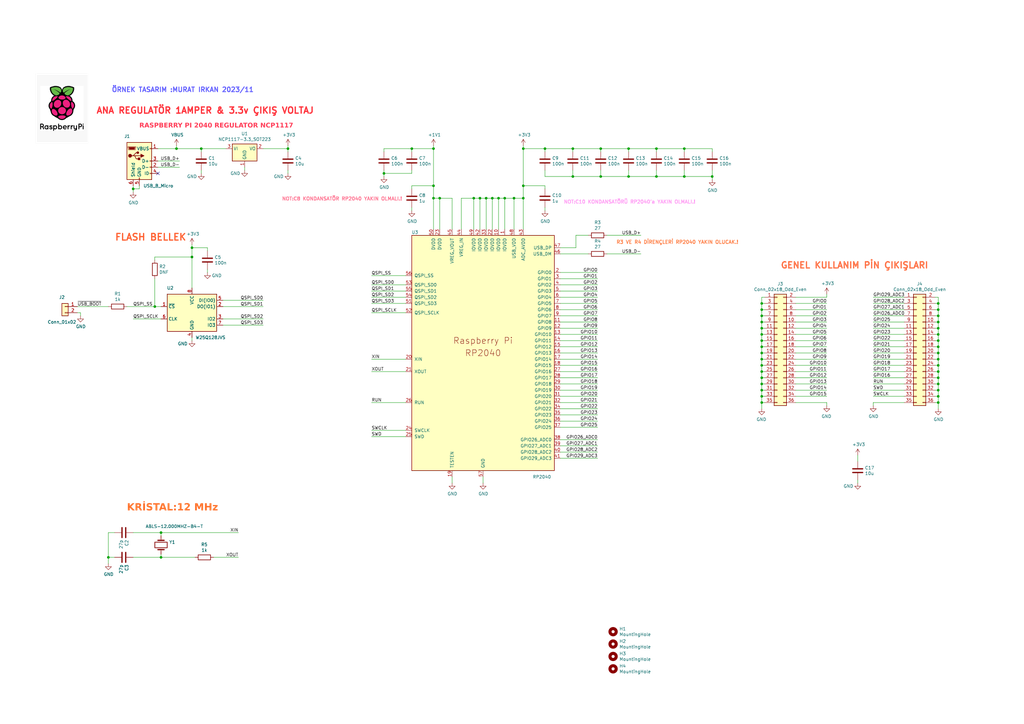
<source format=kicad_sch>
(kicad_sch (version 20230121) (generator eeschema)
  (paper "A3")
  (title_block (title "RP2040 ÖRNEK DİZAYN") (date "2020-12-18") (rev "REV1.01") (company "Raspberry Pi (Trading) Ltd"))
  (lib_symbols
    (symbol "Connector_Generic:Conn_01x02" (pin_names (offset 1.016) hide)
      (property "Reference" "J" (at 0 2.54 0))
      (property "Value" "Conn_01x02" (at 0 -5.08 0))
      (symbol "Conn_01x02_1_1"
        (rectangle (start -1.27 -2.413) (end 0 -2.667) (stroke (width 0.1524)))
        (rectangle (start -1.27 0.127) (end 0 -0.127) (stroke (width 0.1524)))
        (rectangle (start -1.27 1.27) (end 1.27 -3.81) (stroke (width 0.254)) (fill (type background)))
        (pin passive line (at -5.08 0 0) (length 3.81) (name "Pin_1") (number "1"))
        (pin passive line (at -5.08 -2.54 0) (length 3.81) (name "Pin_2") (number "2"))
      )
    )
    (symbol "Connector_Generic:Conn_02x18_Odd_Even" (pin_names (offset 1.016) hide)
      (property "Reference" "J" (at 1.27 22.86 0))
      (property "Value" "Conn_02x18_Odd_Even" (at 1.27 -25.4 0))
      (symbol "Conn_02x18_Odd_Even_1_1"
        (rectangle (start -1.27 -22.733) (end 0 -22.987) (stroke (width 0.1524)))
        (rectangle (start -1.27 -20.193) (end 0 -20.447) (stroke (width 0.1524)))
        (rectangle (start -1.27 -17.653) (end 0 -17.907) (stroke (width 0.1524)))
        (rectangle (start -1.27 -15.113) (end 0 -15.367) (stroke (width 0.1524)))
        (rectangle (start -1.27 -12.573) (end 0 -12.827) (stroke (width 0.1524)))
        (rectangle (start -1.27 -10.033) (end 0 -10.287) (stroke (width 0.1524)))
        (rectangle (start -1.27 -7.493) (end 0 -7.747) (stroke (width 0.1524)))
        (rectangle (start -1.27 -4.953) (end 0 -5.207) (stroke (width 0.1524)))
        (rectangle (start -1.27 -2.413) (end 0 -2.667) (stroke (width 0.1524)))
        (rectangle (start -1.27 0.127) (end 0 -0.127) (stroke (width 0.1524)))
        (rectangle (start -1.27 2.667) (end 0 2.413) (stroke (width 0.1524)))
        (rectangle (start -1.27 5.207) (end 0 4.953) (stroke (width 0.1524)))
        (rectangle (start -1.27 7.747) (end 0 7.493) (stroke (width 0.1524)))
        (rectangle (start -1.27 10.287) (end 0 10.033) (stroke (width 0.1524)))
        (rectangle (start -1.27 12.827) (end 0 12.573) (stroke (width 0.1524)))
        (rectangle (start -1.27 15.367) (end 0 15.113) (stroke (width 0.1524)))
        (rectangle (start -1.27 17.907) (end 0 17.653) (stroke (width 0.1524)))
        (rectangle (start -1.27 20.447) (end 0 20.193) (stroke (width 0.1524)))
        (rectangle (start -1.27 21.59) (end 3.81 -24.13) (stroke (width 0.254)) (fill (type background)))
        (rectangle (start 3.81 -22.733) (end 2.54 -22.987) (stroke (width 0.1524)))
        (rectangle (start 3.81 -20.193) (end 2.54 -20.447) (stroke (width 0.1524)))
        (rectangle (start 3.81 -17.653) (end 2.54 -17.907) (stroke (width 0.1524)))
        (rectangle (start 3.81 -15.113) (end 2.54 -15.367) (stroke (width 0.1524)))
        (rectangle (start 3.81 -12.573) (end 2.54 -12.827) (stroke (width 0.1524)))
        (rectangle (start 3.81 -10.033) (end 2.54 -10.287) (stroke (width 0.1524)))
        (rectangle (start 3.81 -7.493) (end 2.54 -7.747) (stroke (width 0.1524)))
        (rectangle (start 3.81 -4.953) (end 2.54 -5.207) (stroke (width 0.1524)))
        (rectangle (start 3.81 -2.413) (end 2.54 -2.667) (stroke (width 0.1524)))
        (rectangle (start 3.81 0.127) (end 2.54 -0.127) (stroke (width 0.1524)))
        (rectangle (start 3.81 2.667) (end 2.54 2.413) (stroke (width 0.1524)))
        (rectangle (start 3.81 5.207) (end 2.54 4.953) (stroke (width 0.1524)))
        (rectangle (start 3.81 7.747) (end 2.54 7.493) (stroke (width 0.1524)))
        (rectangle (start 3.81 10.287) (end 2.54 10.033) (stroke (width 0.1524)))
        (rectangle (start 3.81 12.827) (end 2.54 12.573) (stroke (width 0.1524)))
        (rectangle (start 3.81 15.367) (end 2.54 15.113) (stroke (width 0.1524)))
        (rectangle (start 3.81 17.907) (end 2.54 17.653) (stroke (width 0.1524)))
        (rectangle (start 3.81 20.447) (end 2.54 20.193) (stroke (width 0.1524)))
        (pin passive line (at -5.08 20.32 0) (length 3.81) (name "Pin_1") (number "1"))
        (pin passive line (at 7.62 10.16 180) (length 3.81) (name "Pin_10") (number "10"))
        (pin passive line (at -5.08 7.62 0) (length 3.81) (name "Pin_11") (number "11"))
        (pin passive line (at 7.62 7.62 180) (length 3.81) (name "Pin_12") (number "12"))
        (pin passive line (at -5.08 5.08 0) (length 3.81) (name "Pin_13") (number "13"))
        (pin passive line (at 7.62 5.08 180) (length 3.81) (name "Pin_14") (number "14"))
        (pin passive line (at -5.08 2.54 0) (length 3.81) (name "Pin_15") (number "15"))
        (pin passive line (at 7.62 2.54 180) (length 3.81) (name "Pin_16") (number "16"))
        (pin passive line (at -5.08 0 0) (length 3.81) (name "Pin_17") (number "17"))
        (pin passive line (at 7.62 0 180) (length 3.81) (name "Pin_18") (number "18"))
        (pin passive line (at -5.08 -2.54 0) (length 3.81) (name "Pin_19") (number "19"))
        (pin passive line (at 7.62 20.32 180) (length 3.81) (name "Pin_2") (number "2"))
        (pin passive line (at 7.62 -2.54 180) (length 3.81) (name "Pin_20") (number "20"))
        (pin passive line (at -5.08 -5.08 0) (length 3.81) (name "Pin_21") (number "21"))
        (pin passive line (at 7.62 -5.08 180) (length 3.81) (name "Pin_22") (number "22"))
        (pin passive line (at -5.08 -7.62 0) (length 3.81) (name "Pin_23") (number "23"))
        (pin passive line (at 7.62 -7.62 180) (length 3.81) (name "Pin_24") (number "24"))
        (pin passive line (at -5.08 -10.16 0) (length 3.81) (name "Pin_25") (number "25"))
        (pin passive line (at 7.62 -10.16 180) (length 3.81) (name "Pin_26") (number "26"))
        (pin passive line (at -5.08 -12.7 0) (length 3.81) (name "Pin_27") (number "27"))
        (pin passive line (at 7.62 -12.7 180) (length 3.81) (name "Pin_28") (number "28"))
        (pin passive line (at -5.08 -15.24 0) (length 3.81) (name "Pin_29") (number "29"))
        (pin passive line (at -5.08 17.78 0) (length 3.81) (name "Pin_3") (number "3"))
        (pin passive line (at 7.62 -15.24 180) (length 3.81) (name "Pin_30") (number "30"))
        (pin passive line (at -5.08 -17.78 0) (length 3.81) (name "Pin_31") (number "31"))
        (pin passive line (at 7.62 -17.78 180) (length 3.81) (name "Pin_32") (number "32"))
        (pin passive line (at -5.08 -20.32 0) (length 3.81) (name "Pin_33") (number "33"))
        (pin passive line (at 7.62 -20.32 180) (length 3.81) (name "Pin_34") (number "34"))
        (pin passive line (at -5.08 -22.86 0) (length 3.81) (name "Pin_35") (number "35"))
        (pin passive line (at 7.62 -22.86 180) (length 3.81) (name "Pin_36") (number "36"))
        (pin passive line (at 7.62 17.78 180) (length 3.81) (name "Pin_4") (number "4"))
        (pin passive line (at -5.08 15.24 0) (length 3.81) (name "Pin_5") (number "5"))
        (pin passive line (at 7.62 15.24 180) (length 3.81) (name "Pin_6") (number "6"))
        (pin passive line (at -5.08 12.7 0) (length 3.81) (name "Pin_7") (number "7"))
        (pin passive line (at 7.62 12.7 180) (length 3.81) (name "Pin_8") (number "8"))
        (pin passive line (at -5.08 10.16 0) (length 3.81) (name "Pin_9") (number "9"))
      )
    )
    (symbol "Device:C" (pin_numbers hide) (pin_names (offset 0.254))
      (property "Reference" "C" (at 0.635 2.54 0))
      (property "Value" "C" (at 0.635 -2.54 0))
      (symbol "C_0_1"
        (polyline (pts (xy -2.032 -0.762) (xy 2.032 -0.762)) (stroke (width 0.508)))
        (polyline (pts (xy -2.032 0.762) (xy 2.032 0.762)) (stroke (width 0.508)))
      )
      (symbol "C_1_1"
        (pin passive line (at 0 3.81 270) (length 2.794) (name "~") (number "1"))
        (pin passive line (at 0 -3.81 90) (length 2.794) (name "~") (number "2"))
      )
    )
    (symbol "Device:Crystal" (pin_numbers hide) (pin_names (offset 1.016) hide)
      (property "Reference" "Y" (at 0 3.81 0))
      (property "Value" "Crystal" (at 0 -3.81 0))
      (symbol "Crystal_0_1"
        (rectangle (start -1.143 2.54) (end 1.143 -2.54) (stroke (width 0.3048)))
        (polyline (pts (xy -2.54 0) (xy -1.905 0)))
        (polyline (pts (xy -1.905 -1.27) (xy -1.905 1.27)) (stroke (width 0.508)))
        (polyline (pts (xy 1.905 -1.27) (xy 1.905 1.27)) (stroke (width 0.508)))
        (polyline (pts (xy 2.54 0) (xy 1.905 0)))
      )
      (symbol "Crystal_1_1"
        (pin passive line (at -3.81 0 0) (length 1.27) (name "1") (number "1"))
        (pin passive line (at 3.81 0 180) (length 1.27) (name "2") (number "2"))
      )
    )
    (symbol "Device:R" (pin_numbers hide) (pin_names (offset 0))
      (property "Reference" "R" (at 2.032 0 90))
      (property "Value" "R" (at 0 0 90))
      (symbol "R_0_1"
        (rectangle (start -1.016 -2.54) (end 1.016 2.54) (stroke (width 0.254)))
      )
      (symbol "R_1_1"
        (pin passive line (at 0 3.81 270) (length 1.27) (name "~") (number "1"))
        (pin passive line (at 0 -3.81 90) (length 1.27) (name "~") (number "2"))
      )
    )
    (symbol "MCU_RaspberryPi_RP2040:RP2040" (pin_names (offset 1.016))
      (property "Reference" "U" (at -29.21 49.53 0))
      (property "Value" "RP2040" (at 24.13 -49.53 0))
      (symbol "RP2040_0_0"
        (text "Raspberry Pi" (at 0 5.08 0) (effects (font (size 2.54 2.54))))
        (text "RP2040" (at 0 0 0) (effects (font (size 2.54 2.54))))
      )
      (symbol "RP2040_0_1"
        (rectangle (start 29.21 48.26) (end -29.21 -48.26) (stroke (width 0.254)) (fill (type background)))
      )
      (symbol "RP2040_1_1"
        (pin power_in line (at 8.89 50.8 270) (length 2.54) (name "IOVDD") (number "1"))
        (pin power_in line (at 6.35 50.8 270) (length 2.54) (name "IOVDD") (number "10"))
        (pin bidirectional line (at 31.75 12.7 180) (length 2.54) (name "GPIO8") (number "11"))
        (pin bidirectional line (at 31.75 10.16 180) (length 2.54) (name "GPIO9") (number "12"))
        (pin bidirectional line (at 31.75 7.62 180) (length 2.54) (name "GPIO10") (number "13"))
        (pin bidirectional line (at 31.75 5.08 180) (length 2.54) (name "GPIO11") (number "14"))
        (pin bidirectional line (at 31.75 2.54 180) (length 2.54) (name "GPIO12") (number "15"))
        (pin bidirectional line (at 31.75 0 180) (length 2.54) (name "GPIO13") (number "16"))
        (pin bidirectional line (at 31.75 -2.54 180) (length 2.54) (name "GPIO14") (number "17"))
        (pin bidirectional line (at 31.75 -5.08 180) (length 2.54) (name "GPIO15") (number "18"))
        (pin passive line (at -12.7 -50.8 90) (length 2.54) (name "TESTEN") (number "19"))
        (pin bidirectional line (at 31.75 33.02 180) (length 2.54) (name "GPIO0") (number "2"))
        (pin input line (at -31.75 -2.54 0) (length 2.54) (name "XIN") (number "20"))
        (pin passive line (at -31.75 -7.62 0) (length 2.54) (name "XOUT") (number "21"))
        (pin power_in line (at 3.81 50.8 270) (length 2.54) (name "IOVDD") (number "22"))
        (pin power_in line (at -17.78 50.8 270) (length 2.54) (name "DVDD") (number "23"))
        (pin output line (at -31.75 -31.75 0) (length 2.54) (name "SWCLK") (number "24"))
        (pin bidirectional line (at -31.75 -34.29 0) (length 2.54) (name "SWD") (number "25"))
        (pin input line (at -31.75 -20.32 0) (length 2.54) (name "RUN") (number "26"))
        (pin bidirectional line (at 31.75 -7.62 180) (length 2.54) (name "GPIO16") (number "27"))
        (pin bidirectional line (at 31.75 -10.16 180) (length 2.54) (name "GPIO17") (number "28"))
        (pin bidirectional line (at 31.75 -12.7 180) (length 2.54) (name "GPIO18") (number "29"))
        (pin bidirectional line (at 31.75 30.48 180) (length 2.54) (name "GPIO1") (number "3"))
        (pin bidirectional line (at 31.75 -15.24 180) (length 2.54) (name "GPIO19") (number "30"))
        (pin bidirectional line (at 31.75 -17.78 180) (length 2.54) (name "GPIO20") (number "31"))
        (pin bidirectional line (at 31.75 -20.32 180) (length 2.54) (name "GPIO21") (number "32"))
        (pin power_in line (at 1.27 50.8 270) (length 2.54) (name "IOVDD") (number "33"))
        (pin bidirectional line (at 31.75 -22.86 180) (length 2.54) (name "GPIO22") (number "34"))
        (pin bidirectional line (at 31.75 -25.4 180) (length 2.54) (name "GPIO23") (number "35"))
        (pin bidirectional line (at 31.75 -27.94 180) (length 2.54) (name "GPIO24") (number "36"))
        (pin bidirectional line (at 31.75 -30.48 180) (length 2.54) (name "GPIO25") (number "37"))
        (pin bidirectional line (at 31.75 -35.56 180) (length 2.54) (name "GPIO26_ADC0") (number "38"))
        (pin bidirectional line (at 31.75 -38.1 180) (length 2.54) (name "GPIO27_ADC1") (number "39"))
        (pin bidirectional line (at 31.75 27.94 180) (length 2.54) (name "GPIO2") (number "4"))
        (pin bidirectional line (at 31.75 -40.64 180) (length 2.54) (name "GPIO28_ADC2") (number "40"))
        (pin bidirectional line (at 31.75 -43.18 180) (length 2.54) (name "GPIO29_ADC3") (number "41"))
        (pin power_in line (at -1.27 50.8 270) (length 2.54) (name "IOVDD") (number "42"))
        (pin power_in line (at 16.51 50.8 270) (length 2.54) (name "ADC_AVDD") (number "43"))
        (pin power_in line (at -8.89 50.8 270) (length 2.54) (name "VREG_IN") (number "44"))
        (pin power_out line (at -12.7 50.8 270) (length 2.54) (name "VREG_VOUT") (number "45"))
        (pin bidirectional line (at 31.75 40.64 180) (length 2.54) (name "USB_DM") (number "46"))
        (pin bidirectional line (at 31.75 43.18 180) (length 2.54) (name "USB_DP") (number "47"))
        (pin power_in line (at 12.7 50.8 270) (length 2.54) (name "USB_VDD") (number "48"))
        (pin power_in line (at -3.81 50.8 270) (length 2.54) (name "IOVDD") (number "49"))
        (pin bidirectional line (at 31.75 25.4 180) (length 2.54) (name "GPIO3") (number "5"))
        (pin power_in line (at -20.32 50.8 270) (length 2.54) (name "DVDD") (number "50"))
        (pin bidirectional line (at -31.75 20.32 0) (length 2.54) (name "QSPI_SD3") (number "51"))
        (pin output line (at -31.75 16.51 0) (length 2.54) (name "QSPI_SCLK") (number "52"))
        (pin bidirectional line (at -31.75 27.94 0) (length 2.54) (name "QSPI_SD0") (number "53"))
        (pin bidirectional line (at -31.75 22.86 0) (length 2.54) (name "QSPI_SD2") (number "54"))
        (pin bidirectional line (at -31.75 25.4 0) (length 2.54) (name "QSPI_SD1") (number "55"))
        (pin bidirectional line (at -31.75 31.75 0) (length 2.54) (name "QSPI_SS") (number "56"))
        (pin power_in line (at 0 -50.8 90) (length 2.54) (name "GND") (number "57"))
        (pin bidirectional line (at 31.75 22.86 180) (length 2.54) (name "GPIO4") (number "6"))
        (pin bidirectional line (at 31.75 20.32 180) (length 2.54) (name "GPIO5") (number "7"))
        (pin bidirectional line (at 31.75 17.78 180) (length 2.54) (name "GPIO6") (number "8"))
        (pin bidirectional line (at 31.75 15.24 180) (length 2.54) (name "GPIO7") (number "9"))
      )
    )
    (symbol "Mechanical:MountingHole" (pin_names (offset 1.016))
      (property "Reference" "H" (at 0 5.08 0))
      (property "Value" "MountingHole" (at 0 3.175 0))
      (symbol "MountingHole_0_1"
        (circle (center 0 0) (radius 1.27) (stroke (width 1.27)))
      )
    )
    (symbol "RP2040_minimal-rescue:USB_B_Micro-Connector" (pin_names (offset 1.016))
      (property "Reference" "J" (at -5.08 11.43 0))
      (property "Value" "Connector_USB_B_Micro" (at -5.08 8.89 0))
      (symbol "USB_B_Micro-Connector_0_1"
        (rectangle (start -5.08 -7.62) (end 5.08 7.62) (stroke (width 0.254)) (fill (type background)))
        (circle (center -3.81 2.159) (radius 0.635) (stroke (width 0.254)) (fill (type outline)))
        (circle (center -0.635 3.429) (radius 0.381) (stroke (width 0.254)) (fill (type outline)))
        (rectangle (start -0.127 -7.62) (end 0.127 -6.858))
        (polyline (pts (xy -1.905 2.159) (xy 0.635 2.159)) (stroke (width 0.254)))
        (polyline (pts (xy -3.175 2.159) (xy -2.54 2.159) (xy -1.27 3.429) (xy -0.635 3.429)) (stroke (width 0.254)))
        (polyline (pts (xy -2.54 2.159) (xy -1.905 2.159) (xy -1.27 0.889) (xy 0 0.889)) (stroke (width 0.254)))
        (polyline (pts (xy 0.635 2.794) (xy 0.635 1.524) (xy 1.905 2.159) (xy 0.635 2.794)) (stroke (width 0.254)) (fill (type outline)))
        (polyline (pts (xy -4.318 5.588) (xy -1.778 5.588) (xy -2.032 4.826) (xy -4.064 4.826) (xy -4.318 5.588)) (fill (type outline)))
        (polyline (pts (xy -4.699 5.842) (xy -4.699 5.588) (xy -4.445 4.826) (xy -4.445 4.572) (xy -1.651 4.572) (xy -1.651 4.826) (xy -1.397 5.588) (xy -1.397 5.842) (xy -4.699 5.842)))
        (rectangle (start 0.254 1.27) (end -0.508 0.508) (stroke (width 0.254)) (fill (type outline)))
        (rectangle (start 5.08 -5.207) (end 4.318 -4.953))
        (rectangle (start 5.08 -2.667) (end 4.318 -2.413))
        (rectangle (start 5.08 -0.127) (end 4.318 0.127))
        (rectangle (start 5.08 4.953) (end 4.318 5.207))
      )
      (symbol "USB_B_Micro-Connector_1_1"
        (pin power_out line (at 7.62 5.08 180) (length 2.54) (name "VBUS") (number "1"))
        (pin passive line (at 7.62 -2.54 180) (length 2.54) (name "D-") (number "2"))
        (pin passive line (at 7.62 0 180) (length 2.54) (name "D+") (number "3"))
        (pin passive line (at 7.62 -5.08 180) (length 2.54) (name "ID") (number "4"))
        (pin power_out line (at 0 -10.16 90) (length 2.54) (name "GND") (number "5"))
        (pin passive line (at -2.54 -10.16 90) (length 2.54) (name "Shield") (number "6"))
      )
    )
    (symbol "RP2040_minimal-rescue:W25Q128JVS-Memory_Flash"
      (property "Reference" "U" (at -8.89 8.89 0))
      (property "Value" "Memory_Flash_W25Q128JVS" (at 7.62 8.89 0))
      (symbol "W25Q128JVS-Memory_Flash_0_1"
        (rectangle (start -10.16 7.62) (end 10.16 -7.62) (stroke (width 0.254)) (fill (type background)))
      )
      (symbol "W25Q128JVS-Memory_Flash_1_1"
        (pin input line (at -12.7 2.54 0) (length 2.54) (name "~{CS}") (number "1"))
        (pin bidirectional line (at 12.7 2.54 180) (length 2.54) (name "DO(IO1)") (number "2"))
        (pin bidirectional line (at 12.7 -2.54 180) (length 2.54) (name "IO2") (number "3"))
        (pin power_in line (at 0 -10.16 90) (length 2.54) (name "GND") (number "4"))
        (pin bidirectional line (at 12.7 5.08 180) (length 2.54) (name "DI(IO0)") (number "5"))
        (pin input line (at -12.7 -2.54 0) (length 2.54) (name "CLK") (number "6"))
        (pin bidirectional line (at 12.7 -5.08 180) (length 2.54) (name "IO3") (number "7"))
        (pin power_in line (at 0 10.16 270) (length 2.54) (name "VCC") (number "8"))
      )
    )
    (symbol "Regulator_Linear:NCP1117-3.3_SOT223"
      (property "Reference" "U" (at -3.81 3.175 0))
      (property "Value" "NCP1117-3.3_SOT223" (at 0 3.175 0))
      (symbol "NCP1117-3.3_SOT223_0_1"
        (rectangle (start -5.08 -5.08) (end 5.08 1.905) (stroke (width 0.254)) (fill (type background)))
      )
      (symbol "NCP1117-3.3_SOT223_1_1"
        (pin power_in line (at 0 -7.62 90) (length 2.54) (name "GND") (number "1"))
        (pin power_out line (at 7.62 0 180) (length 2.54) (name "VO") (number "2"))
        (pin power_in line (at -7.62 0 0) (length 2.54) (name "VI") (number "3"))
      )
    )
    (symbol "power:+1V1" (power) (pin_names (offset 0))
      (property "Value" "+1V1" (at 0 3.556 0))
      (symbol "+1V1_0_1"
        (polyline (pts (xy -0.762 1.27) (xy 0 2.54)))
        (polyline (pts (xy 0 0) (xy 0 2.54)))
        (polyline (pts (xy 0 2.54) (xy 0.762 1.27)))
      )
      (symbol "+1V1_1_1"
        (pin power_in line (at 0 0 90) (length 0) hide (name "+1V1") (number "1"))
      )
    )
    (symbol "power:+3V3" (power) (pin_names (offset 0))
      (property "Value" "+3V3" (at 0 3.556 0))
      (symbol "+3V3_0_1"
        (polyline (pts (xy -0.762 1.27) (xy 0 2.54)))
        (polyline (pts (xy 0 0) (xy 0 2.54)))
        (polyline (pts (xy 0 2.54) (xy 0.762 1.27)))
      )
      (symbol "+3V3_1_1"
        (pin power_in line (at 0 0 90) (length 0) hide (name "+3V3") (number "1"))
      )
    )
    (symbol "power:GND" (power) (pin_names (offset 0))
      (property "Value" "GND" (at 0 -3.81 0))
      (symbol "GND_0_1"
        (polyline (pts (xy 0 0) (xy 0 -1.27) (xy 1.27 -1.27) (xy 0 -2.54) (xy -1.27 -1.27) (xy 0 -1.27)))
      )
      (symbol "GND_1_1"
        (pin power_in line (at 0 0 270) (length 0) hide (name "GND") (number "1"))
      )
    )
    (symbol "power:VBUS" (power) (pin_names (offset 0))
      (property "Value" "VBUS" (at 0 3.81 0))
      (symbol "VBUS_0_1"
        (polyline (pts (xy -0.762 1.27) (xy 0 2.54)))
        (polyline (pts (xy 0 0) (xy 0 2.54)))
        (polyline (pts (xy 0 2.54) (xy 0.762 1.27)))
      )
      (symbol "VBUS_1_1"
        (pin power_in line (at 0 0 90) (length 0) hide (name "VBUS") (number "1"))
      )
    )
  )
  (junction (at 312.42 137.16))
  (junction (at 384.81 162.56))
  (junction (at 384.81 124.46))
  (junction (at 312.42 142.24))
  (junction (at 72.39 60.96))
  (junction (at 168.91 60.96))
  (junction (at 257.81 72.39))
  (junction (at 78.74 105.41))
  (junction (at 177.8 60.96))
  (junction (at 384.81 127))
  (junction (at 177.8 81.28))
  (junction (at 66.04 228.6))
  (junction (at 384.81 160.02))
  (junction (at 234.95 72.39))
  (junction (at 312.42 149.86))
  (junction (at 280.67 60.96))
  (junction (at 269.24 72.39))
  (junction (at 269.24 60.96))
  (junction (at 180.34 81.28))
  (junction (at 312.42 147.32))
  (junction (at 194.31 81.28))
  (junction (at 384.81 147.32))
  (junction (at 118.11 60.96))
  (junction (at 312.42 157.48))
  (junction (at 384.81 152.4))
  (junction (at 246.38 60.96))
  (junction (at 384.81 142.24))
  (junction (at 234.95 60.96))
  (junction (at 44.45 228.6))
  (junction (at 257.81 60.96))
  (junction (at 312.42 152.4))
  (junction (at 199.39 81.28))
  (junction (at 207.01 81.28))
  (junction (at 54.61 77.47))
  (junction (at 210.82 81.28))
  (junction (at 384.81 139.7))
  (junction (at 280.67 72.39))
  (junction (at 312.42 124.46))
  (junction (at 157.48 71.12))
  (junction (at 384.81 132.08))
  (junction (at 246.38 72.39))
  (junction (at 292.1 72.39))
  (junction (at 384.81 129.54))
  (junction (at 384.81 144.78))
  (junction (at 214.63 76.2))
  (junction (at 384.81 134.62))
  (junction (at 177.8 76.2))
  (junction (at 312.42 165.1))
  (junction (at 384.81 137.16))
  (junction (at 201.93 81.28))
  (junction (at 214.63 60.96))
  (junction (at 312.42 144.78))
  (junction (at 66.04 218.44))
  (junction (at 312.42 154.94))
  (junction (at 312.42 134.62))
  (junction (at 196.85 81.28))
  (junction (at 384.81 149.86))
  (junction (at 204.47 81.28))
  (junction (at 312.42 127))
  (junction (at 312.42 139.7))
  (junction (at 78.74 101.6))
  (junction (at 312.42 129.54))
  (junction (at 223.52 60.96))
  (junction (at 384.81 165.1))
  (junction (at 384.81 154.94))
  (junction (at 384.81 157.48))
  (junction (at 312.42 132.08))
  (junction (at 63.5 125.73))
  (junction (at 312.42 162.56))
  (junction (at 214.63 81.28))
  (junction (at 82.55 60.96))
  (junction (at 312.42 160.02))
  (no_connect (at 64.77 71.12))
  (wire (pts (xy 383.54 152.4) (xy 384.81 152.4)))
  (wire (pts (xy 107.95 60.96) (xy 118.11 60.96)))
  (wire (pts (xy 370.84 127) (xy 358.14 127)))
  (wire (pts (xy 52.07 125.73) (xy 63.5 125.73)))
  (wire (pts (xy 166.37 165.1) (xy 152.4 165.1)))
  (wire (pts (xy 339.09 132.08) (xy 326.39 132.08)))
  (wire (pts (xy 383.54 165.1) (xy 384.81 165.1)))
  (wire (pts (xy 229.87 152.4) (xy 245.11 152.4)))
  (wire (pts (xy 280.67 69.85) (xy 280.67 72.39)))
  (wire (pts (xy 229.87 137.16) (xy 245.11 137.16)))
  (wire (pts (xy 313.69 132.08) (xy 312.42 132.08)))
  (wire (pts (xy 313.69 127) (xy 312.42 127)))
  (wire (pts (xy 257.81 62.23) (xy 257.81 60.96)))
  (wire (pts (xy 229.87 172.72) (xy 245.11 172.72)))
  (wire (pts (xy 214.63 76.2) (xy 214.63 81.28)))
  (wire (pts (xy 229.87 160.02) (xy 245.11 160.02)))
  (wire (pts (xy 185.42 195.58) (xy 185.42 198.12)))
  (wire (pts (xy 91.44 133.35) (xy 107.95 133.35)))
  (wire (pts (xy 177.8 59.69) (xy 177.8 60.96)))
  (wire (pts (xy 204.47 81.28) (xy 207.01 81.28)))
  (wire (pts (xy 229.87 167.64) (xy 245.11 167.64)))
  (wire (pts (xy 229.87 116.84) (xy 245.11 116.84)))
  (wire (pts (xy 313.69 149.86) (xy 312.42 149.86)))
  (wire (pts (xy 370.84 124.46) (xy 358.14 124.46)))
  (wire (pts (xy 72.39 60.96) (xy 82.55 60.96)))
  (wire (pts (xy 384.81 134.62) (xy 384.81 137.16)))
  (wire (pts (xy 312.42 147.32) (xy 312.42 149.86)))
  (wire (pts (xy 351.79 196.85) (xy 351.79 198.12)))
  (wire (pts (xy 229.87 134.62) (xy 245.11 134.62)))
  (wire (pts (xy 168.91 77.47) (xy 168.91 76.2)))
  (wire (pts (xy 383.54 144.78) (xy 384.81 144.78)))
  (wire (pts (xy 118.11 62.23) (xy 118.11 60.96)))
  (wire (pts (xy 152.4 116.84) (xy 166.37 116.84)))
  (wire (pts (xy 168.91 60.96) (xy 177.8 60.96)))
  (wire (pts (xy 229.87 101.6) (xy 236.22 101.6)))
  (wire (pts (xy 210.82 81.28) (xy 214.63 81.28)))
  (wire (pts (xy 384.81 147.32) (xy 384.81 149.86)))
  (wire (pts (xy 229.87 114.3) (xy 245.11 114.3)))
  (wire (pts (xy 234.95 60.96) (xy 246.38 60.96)))
  (wire (pts (xy 312.42 129.54) (xy 312.42 132.08)))
  (wire (pts (xy 229.87 119.38) (xy 245.11 119.38)))
  (wire (pts (xy 313.69 137.16) (xy 312.42 137.16)))
  (wire (pts (xy 72.39 59.69) (xy 72.39 60.96)))
  (wire (pts (xy 85.09 102.87) (xy 85.09 101.6)))
  (wire (pts (xy 384.81 137.16) (xy 384.81 139.7)))
  (wire (pts (xy 44.45 125.73) (xy 31.75 125.73)))
  (wire (pts (xy 210.82 93.98) (xy 210.82 81.28)))
  (wire (pts (xy 234.95 72.39) (xy 223.52 72.39)))
  (wire (pts (xy 312.42 142.24) (xy 312.42 144.78)))
  (wire (pts (xy 370.84 149.86) (xy 358.14 149.86)))
  (wire (pts (xy 168.91 62.23) (xy 168.91 60.96)))
  (wire (pts (xy 157.48 71.12) (xy 168.91 71.12)))
  (wire (pts (xy 312.42 124.46) (xy 312.42 127)))
  (wire (pts (xy 189.23 93.98) (xy 189.23 81.28)))
  (wire (pts (xy 229.87 139.7) (xy 245.11 139.7)))
  (wire (pts (xy 384.81 124.46) (xy 384.81 127)))
  (wire (pts (xy 383.54 127) (xy 384.81 127)))
  (wire (pts (xy 246.38 60.96) (xy 257.81 60.96)))
  (wire (pts (xy 383.54 137.16) (xy 384.81 137.16)))
  (wire (pts (xy 157.48 69.85) (xy 157.48 71.12)))
  (wire (pts (xy 85.09 101.6) (xy 78.74 101.6)))
  (wire (pts (xy 313.69 154.94) (xy 312.42 154.94)))
  (wire (pts (xy 312.42 165.1) (xy 312.42 167.64)))
  (wire (pts (xy 33.02 128.27) (xy 33.02 129.54)))
  (wire (pts (xy 214.63 76.2) (xy 223.52 76.2)))
  (wire (pts (xy 312.42 137.16) (xy 312.42 139.7)))
  (wire (pts (xy 54.61 76.2) (xy 54.61 77.47)))
  (wire (pts (xy 383.54 129.54) (xy 384.81 129.54)))
  (wire (pts (xy 339.09 121.92) (xy 339.09 120.65)))
  (wire (pts (xy 82.55 69.85) (xy 82.55 71.12)))
  (wire (pts (xy 313.69 134.62) (xy 312.42 134.62)))
  (wire (pts (xy 312.42 160.02) (xy 312.42 162.56)))
  (wire (pts (xy 91.44 130.81) (xy 107.95 130.81)))
  (wire (pts (xy 229.87 185.42) (xy 245.11 185.42)))
  (wire (pts (xy 370.84 137.16) (xy 358.14 137.16)))
  (wire (pts (xy 384.81 154.94) (xy 384.81 157.48)))
  (wire (pts (xy 229.87 154.94) (xy 245.11 154.94)))
  (wire (pts (xy 339.09 121.92) (xy 326.39 121.92)))
  (wire (pts (xy 312.42 121.92) (xy 312.42 124.46)))
  (wire (pts (xy 57.15 77.47) (xy 54.61 77.47)))
  (wire (pts (xy 312.42 144.78) (xy 312.42 147.32)))
  (wire (pts (xy 383.54 147.32) (xy 384.81 147.32)))
  (wire (pts (xy 229.87 187.96) (xy 245.11 187.96)))
  (wire (pts (xy 66.04 227.33) (xy 66.04 228.6)))
  (wire (pts (xy 54.61 77.47) (xy 54.61 78.74)))
  (wire (pts (xy 223.52 62.23) (xy 223.52 60.96)))
  (wire (pts (xy 339.09 154.94) (xy 326.39 154.94)))
  (wire (pts (xy 229.87 157.48) (xy 245.11 157.48)))
  (wire (pts (xy 370.84 160.02) (xy 358.14 160.02)))
  (wire (pts (xy 157.48 60.96) (xy 168.91 60.96)))
  (wire (pts (xy 384.81 129.54) (xy 384.81 132.08)))
  (wire (pts (xy 384.81 157.48) (xy 384.81 160.02)))
  (wire (pts (xy 223.52 60.96) (xy 234.95 60.96)))
  (wire (pts (xy 292.1 72.39) (xy 292.1 73.66)))
  (wire (pts (xy 313.69 124.46) (xy 312.42 124.46)))
  (wire (pts (xy 54.61 218.44) (xy 66.04 218.44)))
  (wire (pts (xy 223.52 77.47) (xy 223.52 76.2)))
  (wire (pts (xy 384.81 127) (xy 384.81 129.54)))
  (wire (pts (xy 269.24 72.39) (xy 257.81 72.39)))
  (wire (pts (xy 118.11 69.85) (xy 118.11 71.12)))
  (wire (pts (xy 66.04 228.6) (xy 80.01 228.6)))
  (wire (pts (xy 82.55 62.23) (xy 82.55 60.96)))
  (wire (pts (xy 194.31 81.28) (xy 196.85 81.28)))
  (wire (pts (xy 85.09 110.49) (xy 85.09 111.76)))
  (wire (pts (xy 384.81 165.1) (xy 384.81 167.64)))
  (wire (pts (xy 339.09 166.37) (xy 339.09 165.1)))
  (wire (pts (xy 280.67 62.23) (xy 280.67 60.96)))
  (wire (pts (xy 313.69 162.56) (xy 312.42 162.56)))
  (wire (pts (xy 185.42 81.28) (xy 180.34 81.28)))
  (wire (pts (xy 152.4 119.38) (xy 166.37 119.38)))
  (wire (pts (xy 236.22 96.52) (xy 236.22 101.6)))
  (wire (pts (xy 44.45 228.6) (xy 44.45 231.14)))
  (wire (pts (xy 313.69 142.24) (xy 312.42 142.24)))
  (wire (pts (xy 166.37 152.4) (xy 152.4 152.4)))
  (wire (pts (xy 196.85 93.98) (xy 196.85 81.28)))
  (wire (pts (xy 339.09 137.16) (xy 326.39 137.16)))
  (wire (pts (xy 257.81 60.96) (xy 269.24 60.96)))
  (wire (pts (xy 280.67 60.96) (xy 292.1 60.96)))
  (wire (pts (xy 313.69 129.54) (xy 312.42 129.54)))
  (wire (pts (xy 46.99 228.6) (xy 44.45 228.6)))
  (wire (pts (xy 384.81 162.56) (xy 384.81 165.1)))
  (wire (pts (xy 257.81 69.85) (xy 257.81 72.39)))
  (wire (pts (xy 383.54 132.08) (xy 384.81 132.08)))
  (wire (pts (xy 201.93 81.28) (xy 204.47 81.28)))
  (wire (pts (xy 207.01 81.28) (xy 207.01 93.98)))
  (wire (pts (xy 384.81 160.02) (xy 384.81 162.56)))
  (wire (pts (xy 313.69 147.32) (xy 312.42 147.32)))
  (wire (pts (xy 384.81 142.24) (xy 384.81 144.78)))
  (wire (pts (xy 351.79 186.69) (xy 351.79 189.23)))
  (wire (pts (xy 78.74 100.33) (xy 78.74 101.6)))
  (wire (pts (xy 383.54 149.86) (xy 384.81 149.86)))
  (wire (pts (xy 280.67 72.39) (xy 269.24 72.39)))
  (wire (pts (xy 339.09 162.56) (xy 326.39 162.56)))
  (wire (pts (xy 312.42 157.48) (xy 312.42 160.02)))
  (wire (pts (xy 370.84 144.78) (xy 358.14 144.78)))
  (wire (pts (xy 118.11 60.96) (xy 118.11 59.69)))
  (wire (pts (xy 312.42 127) (xy 312.42 129.54)))
  (wire (pts (xy 91.44 123.19) (xy 107.95 123.19)))
  (wire (pts (xy 313.69 144.78) (xy 312.42 144.78)))
  (wire (pts (xy 78.74 138.43) (xy 78.74 139.7)))
  (wire (pts (xy 339.09 152.4) (xy 326.39 152.4)))
  (wire (pts (xy 66.04 219.71) (xy 66.04 218.44)))
  (wire (pts (xy 313.69 121.92) (xy 312.42 121.92)))
  (wire (pts (xy 229.87 124.46) (xy 245.11 124.46)))
  (wire (pts (xy 248.92 96.52) (xy 262.89 96.52)))
  (wire (pts (xy 78.74 105.41) (xy 78.74 118.11)))
  (wire (pts (xy 339.09 124.46) (xy 326.39 124.46)))
  (wire (pts (xy 63.5 106.68) (xy 63.5 105.41)))
  (wire (pts (xy 383.54 124.46) (xy 384.81 124.46)))
  (wire (pts (xy 312.42 139.7) (xy 312.42 142.24)))
  (wire (pts (xy 370.84 121.92) (xy 358.14 121.92)))
  (wire (pts (xy 229.87 144.78) (xy 245.11 144.78)))
  (wire (pts (xy 370.84 147.32) (xy 358.14 147.32)))
  (wire (pts (xy 207.01 81.28) (xy 210.82 81.28)))
  (wire (pts (xy 229.87 104.14) (xy 241.3 104.14)))
  (wire (pts (xy 384.81 139.7) (xy 384.81 142.24)))
  (wire (pts (xy 312.42 149.86) (xy 312.42 152.4)))
  (wire (pts (xy 223.52 85.09) (xy 223.52 86.36)))
  (wire (pts (xy 229.87 180.34) (xy 245.11 180.34)))
  (wire (pts (xy 312.42 134.62) (xy 312.42 137.16)))
  (wire (pts (xy 199.39 81.28) (xy 201.93 81.28)))
  (wire (pts (xy 214.63 60.96) (xy 214.63 76.2)))
  (wire (pts (xy 312.42 154.94) (xy 312.42 157.48)))
  (wire (pts (xy 383.54 139.7) (xy 384.81 139.7)))
  (wire (pts (xy 229.87 182.88) (xy 245.11 182.88)))
  (wire (pts (xy 63.5 105.41) (xy 78.74 105.41)))
  (wire (pts (xy 246.38 72.39) (xy 234.95 72.39)))
  (wire (pts (xy 248.92 104.14) (xy 262.89 104.14)))
  (wire (pts (xy 92.71 60.96) (xy 82.55 60.96)))
  (wire (pts (xy 313.69 157.48) (xy 312.42 157.48)))
  (wire (pts (xy 383.54 157.48) (xy 384.81 157.48)))
  (wire (pts (xy 339.09 165.1) (xy 326.39 165.1)))
  (wire (pts (xy 370.84 134.62) (xy 358.14 134.62)))
  (wire (pts (xy 269.24 60.96) (xy 280.67 60.96)))
  (wire (pts (xy 100.33 68.58) (xy 100.33 69.85)))
  (wire (pts (xy 384.81 149.86) (xy 384.81 152.4)))
  (wire (pts (xy 166.37 176.53) (xy 152.4 176.53)))
  (wire (pts (xy 189.23 81.28) (xy 194.31 81.28)))
  (wire (pts (xy 370.84 142.24) (xy 358.14 142.24)))
  (wire (pts (xy 339.09 144.78) (xy 326.39 144.78)))
  (wire (pts (xy 370.84 129.54) (xy 358.14 129.54)))
  (wire (pts (xy 166.37 179.07) (xy 152.4 179.07)))
  (wire (pts (xy 236.22 96.52) (xy 241.3 96.52)))
  (wire (pts (xy 223.52 69.85) (xy 223.52 72.39)))
  (wire (pts (xy 229.87 175.26) (xy 245.11 175.26)))
  (wire (pts (xy 339.09 160.02) (xy 326.39 160.02)))
  (wire (pts (xy 234.95 62.23) (xy 234.95 60.96)))
  (wire (pts (xy 339.09 147.32) (xy 326.39 147.32)))
  (wire (pts (xy 383.54 154.94) (xy 384.81 154.94)))
  (wire (pts (xy 157.48 62.23) (xy 157.48 60.96)))
  (wire (pts (xy 257.81 72.39) (xy 246.38 72.39)))
  (wire (pts (xy 339.09 129.54) (xy 326.39 129.54)))
  (wire (pts (xy 339.09 142.24) (xy 326.39 142.24)))
  (wire (pts (xy 168.91 85.09) (xy 168.91 86.36)))
  (wire (pts (xy 339.09 157.48) (xy 326.39 157.48)))
  (wire (pts (xy 166.37 128.27) (xy 152.4 128.27)))
  (wire (pts (xy 339.09 149.86) (xy 326.39 149.86)))
  (wire (pts (xy 63.5 114.3) (xy 63.5 125.73)))
  (wire (pts (xy 370.84 154.94) (xy 358.14 154.94)))
  (wire (pts (xy 312.42 162.56) (xy 312.42 165.1)))
  (wire (pts (xy 229.87 127) (xy 245.11 127)))
  (wire (pts (xy 180.34 81.28) (xy 177.8 81.28)))
  (wire (pts (xy 229.87 149.86) (xy 245.11 149.86)))
  (wire (pts (xy 269.24 69.85) (xy 269.24 72.39)))
  (wire (pts (xy 199.39 93.98) (xy 199.39 81.28)))
  (wire (pts (xy 152.4 147.32) (xy 166.37 147.32)))
  (wire (pts (xy 166.37 113.03) (xy 152.4 113.03)))
  (wire (pts (xy 269.24 62.23) (xy 269.24 60.96)))
  (wire (pts (xy 383.54 162.56) (xy 384.81 162.56)))
  (wire (pts (xy 339.09 127) (xy 326.39 127)))
  (wire (pts (xy 177.8 81.28) (xy 177.8 93.98)))
  (wire (pts (xy 204.47 93.98) (xy 204.47 81.28)))
  (wire (pts (xy 358.14 166.37) (xy 358.14 165.1)))
  (wire (pts (xy 91.44 125.73) (xy 107.95 125.73)))
  (wire (pts (xy 185.42 93.98) (xy 185.42 81.28)))
  (wire (pts (xy 198.12 195.58) (xy 198.12 198.12)))
  (wire (pts (xy 66.04 218.44) (xy 97.79 218.44)))
  (wire (pts (xy 46.99 218.44) (xy 44.45 218.44)))
  (wire (pts (xy 229.87 170.18) (xy 245.11 170.18)))
  (wire (pts (xy 229.87 147.32) (xy 245.11 147.32)))
  (wire (pts (xy 339.09 134.62) (xy 326.39 134.62)))
  (wire (pts (xy 313.69 165.1) (xy 312.42 165.1)))
  (wire (pts (xy 280.67 72.39) (xy 292.1 72.39)))
  (wire (pts (xy 370.84 162.56) (xy 358.14 162.56)))
  (wire (pts (xy 339.09 139.7) (xy 326.39 139.7)))
  (wire (pts (xy 180.34 93.98) (xy 180.34 81.28)))
  (wire (pts (xy 177.8 76.2) (xy 177.8 81.28)))
  (wire (pts (xy 64.77 66.04) (xy 73.66 66.04)))
  (wire (pts (xy 384.81 144.78) (xy 384.81 147.32)))
  (wire (pts (xy 383.54 121.92) (xy 384.81 121.92)))
  (wire (pts (xy 383.54 142.24) (xy 384.81 142.24)))
  (wire (pts (xy 292.1 69.85) (xy 292.1 72.39)))
  (wire (pts (xy 229.87 165.1) (xy 245.11 165.1)))
  (wire (pts (xy 229.87 121.92) (xy 245.11 121.92)))
  (wire (pts (xy 313.69 152.4) (xy 312.42 152.4)))
  (wire (pts (xy 229.87 162.56) (xy 245.11 162.56)))
  (wire (pts (xy 234.95 69.85) (xy 234.95 72.39)))
  (wire (pts (xy 63.5 125.73) (xy 66.04 125.73)))
  (wire (pts (xy 194.31 93.98) (xy 194.31 81.28)))
  (wire (pts (xy 313.69 160.02) (xy 312.42 160.02)))
  (wire (pts (xy 246.38 69.85) (xy 246.38 72.39)))
  (wire (pts (xy 370.84 152.4) (xy 358.14 152.4)))
  (wire (pts (xy 370.84 157.48) (xy 358.14 157.48)))
  (wire (pts (xy 229.87 129.54) (xy 245.11 129.54)))
  (wire (pts (xy 370.84 132.08) (xy 358.14 132.08)))
  (wire (pts (xy 229.87 132.08) (xy 245.11 132.08)))
  (wire (pts (xy 152.4 124.46) (xy 166.37 124.46)))
  (wire (pts (xy 312.42 152.4) (xy 312.42 154.94)))
  (wire (pts (xy 64.77 60.96) (xy 72.39 60.96)))
  (wire (pts (xy 196.85 81.28) (xy 199.39 81.28)))
  (wire (pts (xy 54.61 130.81) (xy 66.04 130.81)))
  (wire (pts (xy 157.48 71.12) (xy 157.48 72.39)))
  (wire (pts (xy 214.63 81.28) (xy 214.63 93.98)))
  (wire (pts (xy 246.38 62.23) (xy 246.38 60.96)))
  (wire (pts (xy 44.45 218.44) (xy 44.45 228.6)))
  (wire (pts (xy 292.1 62.23) (xy 292.1 60.96)))
  (wire (pts (xy 383.54 134.62) (xy 384.81 134.62)))
  (wire (pts (xy 214.63 60.96) (xy 223.52 60.96)))
  (wire (pts (xy 384.81 152.4) (xy 384.81 154.94)))
  (wire (pts (xy 370.84 139.7) (xy 358.14 139.7)))
  (wire (pts (xy 229.87 142.24) (xy 245.11 142.24)))
  (wire (pts (xy 57.15 76.2) (xy 57.15 77.47)))
  (wire (pts (xy 214.63 59.69) (xy 214.63 60.96)))
  (wire (pts (xy 313.69 139.7) (xy 312.42 139.7)))
  (wire (pts (xy 87.63 228.6) (xy 97.79 228.6)))
  (wire (pts (xy 64.77 68.58) (xy 73.66 68.58)))
  (wire (pts (xy 177.8 60.96) (xy 177.8 76.2)))
  (wire (pts (xy 384.81 121.92) (xy 384.81 124.46)))
  (wire (pts (xy 358.14 165.1) (xy 370.84 165.1)))
  (wire (pts (xy 312.42 132.08) (xy 312.42 134.62)))
  (wire (pts (xy 54.61 228.6) (xy 66.04 228.6)))
  (wire (pts (xy 384.81 132.08) (xy 384.81 134.62)))
  (wire (pts (xy 201.93 93.98) (xy 201.93 81.28)))
  (wire (pts (xy 229.87 111.76) (xy 245.11 111.76)))
  (wire (pts (xy 383.54 160.02) (xy 384.81 160.02)))
  (wire (pts (xy 31.75 128.27) (xy 33.02 128.27)))
  (wire (pts (xy 168.91 71.12) (xy 168.91 69.85)))
  (wire (pts (xy 168.91 76.2) (xy 177.8 76.2)))
  (wire (pts (xy 152.4 121.92) (xy 166.37 121.92)))
  (wire (pts (xy 78.74 101.6) (xy 78.74 105.41)))
  (image (at 25.4 44.45) (scale 0.339843))
  (text "FLASH BELLEK" (at 46.99 99.06 0) (effects (font (size 2.7 2.7) (thickness 0.508) bold) (justify left bottom)))
  (text "NOT:C10 KONDANSATÖRÜ RP2040'a YAKIN OLMALI.!" (at 231.14 83.82 0) (effects (font (size 1.4 1.4) (thickness 0.28) bold) (justify left bottom)))
  (text "R3 VE R4 DİRENÇLERİ RP2040 YAKIN OLUCAK.!" (at 252.73 100.33 0) (effects (font (size 1.4 1.4) (thickness 0.28) bold) (justify left bottom)))
  (text "GENEL KULLANIM PİN ÇIKIŞLARI" (at 320.04 110.49 0) (effects (font (size 2.54 2.54) (thickness 0.508) bold) (justify left bottom)))
  (text "RASPBERRY PI 2040 REGULATOR NCP1117" (at 57.15 53.34 0) (effects (font (size 1.9 1.9) (thickness 0.254) bold) (justify left bottom)))
  (text "ANA REGULATÖR 1AMPER & 3.3v ÇIKIŞ VOLTAJ" (at 39.37 46.99 0) (effects (font (size 2.54 2.54) (thickness 0.508) bold) (justify left bottom)))
  (text "KRİSTAL:12 MHz" (at 52.07 210.82 0) (effects (font (size 2.9 2.9)) (justify left bottom)))
  (text "ÖRNEK TASARIM :MURAT IRKAN 2023/11" (at 45.72 38.1 0) (effects (font (size 1.9 1.9) bold) (justify left bottom)))
  (text "NOT:C8 KONDANSATÖR RP2040 YAKIN OLMALI.!" (at 115.57 82.55 0) (effects (font (size 1.4 1.4) (thickness 0.28) bold) (justify left bottom)))
  (label "GPIO8" (at 339.09 144.78 180))
  (label "QSPI_SCLK" (at 152.4 128.27 0))
  (label "QSPI_SS" (at 152.4 113.03 0))
  (label "GPIO25" (at 245.11 175.26 180))
  (label "GPIO20" (at 358.14 144.78 0))
  (label "XIN" (at 152.4 147.32 0))
  (label "GPIO5" (at 339.09 137.16 180))
  (label "XOUT" (at 97.79 228.6 180))
  (label "GPIO14" (at 339.09 160.02 180))
  (label "GPIO18" (at 358.14 149.86 0))
  (label "GPIO19" (at 358.14 147.32 0))
  (label "GPIO5" (at 245.11 124.46 180))
  (label "GPIO11" (at 245.11 139.7 180))
  (label "~{USB_BOOT}" (at 31.75 125.73 0))
  (label "GPIO9" (at 339.09 147.32 180))
  (label "SWCLK" (at 152.4 176.53 0))
  (label "GPIO3" (at 339.09 132.08 180))
  (label "GPIO18" (at 245.11 157.48 180))
  (label "GPIO2" (at 339.09 129.54 180))
  (label "GPIO7" (at 339.09 142.24 180))
  (label "GPIO11" (at 339.09 152.4 180))
  (label "GPIO0" (at 245.11 111.76 180))
  (label "GPIO1" (at 245.11 114.3 180))
  (label "GPIO16" (at 245.11 152.4 180))
  (label "GPIO2" (at 245.11 116.84 180))
  (label "GPIO4" (at 339.09 134.62 180))
  (label "GPIO7" (at 245.11 129.54 180))
  (label "QSPI_SS" (at 54.61 125.73 0))
  (label "GPIO0" (at 339.09 124.46 180))
  (label "QSPI_SD2" (at 152.4 121.92 0))
  (label "GPIO27_ADC1" (at 358.14 127 0))
  (label "GPIO13" (at 339.09 157.48 180))
  (label "SWD" (at 358.14 160.02 0))
  (label "USB_D+" (at 262.89 96.52 180))
  (label "GPIO21" (at 358.14 142.24 0))
  (label "GPIO15" (at 245.11 149.86 180))
  (label "GPIO23" (at 358.14 137.16 0))
  (label "GPIO22" (at 358.14 139.7 0))
  (label "GPIO15" (at 339.09 162.56 180))
  (label "GPIO6" (at 339.09 139.7 180))
  (label "GPIO27_ADC1" (at 245.11 182.88 180))
  (label "RUN" (at 358.14 157.48 0))
  (label "GPIO1" (at 339.09 127 180))
  (label "GPIO12" (at 245.11 142.24 180))
  (label "GPIO3" (at 245.11 119.38 180))
  (label "GPIO16" (at 358.14 154.94 0))
  (label "SWD" (at 152.4 179.07 0))
  (label "GPIO29_ADC3" (at 358.14 121.92 0))
  (label "GPIO21" (at 245.11 165.1 180))
  (label "GPIO13" (at 245.11 144.78 180))
  (label "XIN" (at 97.79 218.44 180))
  (label "GPIO4" (at 245.11 121.92 180))
  (label "USB_D-" (at 73.66 68.58 180))
  (label "GPIO10" (at 245.11 137.16 180))
  (label "GPIO19" (at 245.11 160.02 180))
  (label "GPIO29_ADC3" (at 245.11 187.96 180))
  (label "USB_D+" (at 73.66 66.04 180))
  (label "GPIO22" (at 245.11 167.64 180))
  (label "QSPI_SCLK" (at 54.61 130.81 0))
  (label "XOUT" (at 152.4 152.4 0))
  (label "QSPI_SD0" (at 107.95 123.19 180))
  (label "GPIO28_ADC2" (at 358.14 124.46 0))
  (label "GPIO24" (at 245.11 172.72 180))
  (label "GPIO9" (at 245.11 134.62 180))
  (label "QSPI_SD2" (at 107.95 130.81 180))
  (label "GPIO26_ADC0" (at 358.14 129.54 0))
  (label "RUN" (at 152.4 165.1 0))
  (label "GPIO24" (at 358.14 134.62 0))
  (label "GPIO25" (at 358.14 132.08 0))
  (label "GPIO6" (at 245.11 127 180))
  (label "GPIO17" (at 358.14 152.4 0))
  (label "GPIO23" (at 245.11 170.18 180))
  (label "GPIO17" (at 245.11 154.94 180))
  (label "GPIO20" (at 245.11 162.56 180))
  (label "GPIO28_ADC2" (at 245.11 185.42 180))
  (label "GPIO26_ADC0" (at 245.11 180.34 180))
  (label "QSPI_SD1" (at 152.4 119.38 0))
  (label "QSPI_SD3" (at 152.4 124.46 0))
  (label "GPIO10" (at 339.09 149.86 180))
  (label "SWCLK" (at 358.14 162.56 0))
  (label "GPIO8" (at 245.11 132.08 180))
  (label "GPIO14" (at 245.11 147.32 180))
  (label "QSPI_SD1" (at 107.95 125.73 180))
  (label "QSPI_SD3" (at 107.95 133.35 180))
  (label "GPIO12" (at 339.09 154.94 180))
  (label "QSPI_SD0" (at 152.4 116.84 0))
  (label "USB_D-" (at 262.89 104.14 180))
  (symbol (lib_id "MCU_RaspberryPi_RP2040:RP2040") (at 198.12 144.78 0) (unit 1)
    (property "Reference" "U3" (at 170.18 95.25 0))
    (property "Value" "RP2040" (at 222.25 195.58 0))
    (property "Footprint" "RP2040_minimal:RP2040-QFN-56" (effects hide))
  )
  (symbol (lib_id "Device:C") (at 50.8 218.44 270) (unit 1)
    (property "Reference" "C2" (at 51.9684 221.361 0) (effects (justify left)))
    (property "Value" "27p" (at 49.657 221.361 0) (effects (justify left)))
    (property "Footprint" "Capacitor_SMD:C_0402_1005Metric" (effects hide))
  )
  (symbol (lib_id "Device:C") (at 50.8 228.6 270) (unit 1)
    (property "Reference" "C3" (at 51.9684 231.521 0) (effects (justify left)))
    (property "Value" "27p" (at 49.657 231.521 0) (effects (justify left)))
    (property "Footprint" "Capacitor_SMD:C_0402_1005Metric" (effects hide))
  )
  (symbol (lib_id "power:GND") (at 44.45 231.14 0) (unit 1)
    (property "Reference" "#PWR06" (effects hide))
    (property "Value" "GND" (at 44.577 235.5342 0))
  )
  (symbol (lib_id "RP2040_minimal-rescue:W25Q128JVS-Memory_Flash") (at 78.74 128.27 0) (unit 1)
    (property "Reference" "U2" (at 69.85 118.11 0))
    (property "Value" "W25Q128JVS" (at 86.36 138.43 0))
    (property "Footprint" "Package_SO:SOIC-8_5.23x5.23mm_P1.27mm" (effects hide))
    (property "Datasheet" "http://www.winbond.com/resource-files/w25q128jv_dtr%20revc%2003272018%20plus.pdf" (effects hide))
  )
  (symbol (lib_id "power:+3V3") (at 78.74 100.33 0) (unit 1)
    (property "Reference" "#PWR07" (effects hide))
    (property "Value" "+3V3" (at 79.121 95.9358 0))
  )
  (symbol (lib_id "power:GND") (at 78.74 139.7 0) (unit 1)
    (property "Reference" "#PWR08" (effects hide))
    (property "Value" "GND" (at 74.93 140.97 0))
  )
  (symbol (lib_id "Device:R") (at 63.5 110.49 0) (unit 1)
    (property "Reference" "R2" (at 65.278 109.3216 0) (effects (justify left)))
    (property "Value" "DNF" (at 65.278 111.633 0) (effects (justify left)))
    (property "Footprint" "Capacitor_SMD:C_0402_1005Metric" (effects hide))
  )
  (symbol (lib_id "Device:R") (at 48.26 125.73 270) (unit 1)
    (property "Reference" "R1" (at 48.26 120.4722 90))
    (property "Value" "1k" (at 48.26 122.7836 90))
    (property "Footprint" "Capacitor_SMD:C_0402_1005Metric" (effects hide))
  )
  (symbol (lib_id "Device:C") (at 85.09 106.68 0) (unit 1)
    (property "Reference" "C5" (at 88.011 105.5116 0) (effects (justify left)))
    (property "Value" "100n" (at 88.011 107.823 0) (effects (justify left)))
    (property "Footprint" "Capacitor_SMD:C_0402_1005Metric" (effects hide))
  )
  (symbol (lib_id "power:GND") (at 85.09 111.76 0) (unit 1)
    (property "Reference" "#PWR011" (effects hide))
    (property "Value" "GND" (at 88.9 113.03 0))
  )
  (symbol (lib_id "RP2040_minimal-rescue:USB_B_Micro-Connector") (at 57.15 66.04 0) (unit 1)
    (property "Reference" "J1" (at 53.34 55.88 0) (effects (justify right)))
    (property "Value" "USB_B_Micro" (at 71.12 76.2 0) (effects (justify right)))
    (property "Footprint" "RP2040_minimal:USB_Micro-B_Amphenol_10103594-0001LF_Horizontal_modified" (effects hide))
  )
  (symbol (lib_id "power:GND") (at 198.12 198.12 0) (unit 1)
    (property "Reference" "#PWR016" (effects hide))
    (property "Value" "GND" (at 198.247 202.5142 0))
  )
  (symbol (lib_id "power:GND") (at 185.42 198.12 0) (unit 1)
    (property "Reference" "#PWR015" (effects hide))
    (property "Value" "GND" (at 185.547 202.5142 0))
  )
  (symbol (lib_id "Device:R") (at 245.11 96.52 270) (unit 1)
    (property "Reference" "R3" (at 245.11 91.2622 90))
    (property "Value" "27" (at 245.11 93.5736 90))
    (property "Footprint" "Capacitor_SMD:C_0402_1005Metric" (effects hide))
  )
  (symbol (lib_id "Device:R") (at 245.11 104.14 270) (unit 1)
    (property "Reference" "R4" (at 245.11 98.8822 90))
    (property "Value" "27" (at 245.11 101.1936 90))
    (property "Footprint" "Capacitor_SMD:C_0402_1005Metric" (effects hide))
  )
  (symbol (lib_id "power:GND") (at 54.61 78.74 0) (unit 1)
    (property "Reference" "#PWR01" (effects hide))
    (property "Value" "GND" (at 54.737 83.1342 0))
  )
  (symbol (lib_id "power:GND") (at 339.09 166.37 0) (mirror y) (unit 1)
    (property "Reference" "#PWR020" (effects hide))
    (property "Value" "GND" (at 338.963 170.7642 0))
  )
  (symbol (lib_id "power:GND") (at 358.14 166.37 0) (unit 1)
    (property "Reference" "#PWR0101" (effects hide))
    (property "Value" "GND" (at 358.267 170.7642 0))
  )
  (symbol (lib_id "power:+3V3") (at 214.63 59.69 0) (unit 1)
    (property "Reference" "#PWR017" (effects hide))
    (property "Value" "+3V3" (at 215.011 55.2958 0))
  )
  (symbol (lib_id "power:+1V1") (at 177.8 59.69 0) (unit 1)
    (property "Reference" "#PWR014" (effects hide))
    (property "Value" "+1V1" (at 178.181 55.2958 0))
  )
  (symbol (lib_id "Device:C") (at 223.52 66.04 0) (unit 1)
    (property "Reference" "C9" (at 226.441 64.8716 0) (effects (justify left)))
    (property "Value" "100n" (at 226.441 67.183 0) (effects (justify left)))
    (property "Footprint" "Capacitor_SMD:C_0402_1005Metric" (effects hide))
  )
  (symbol (lib_id "Device:C") (at 234.95 66.04 0) (unit 1)
    (property "Reference" "C11" (at 237.871 64.8716 0) (effects (justify left)))
    (property "Value" "100n" (at 237.871 67.183 0) (effects (justify left)))
    (property "Footprint" "Capacitor_SMD:C_0402_1005Metric" (effects hide))
  )
  (symbol (lib_id "Device:C") (at 246.38 66.04 0) (unit 1)
    (property "Reference" "C12" (at 249.301 64.8716 0) (effects (justify left)))
    (property "Value" "100n" (at 249.301 67.183 0) (effects (justify left)))
    (property "Footprint" "Capacitor_SMD:C_0402_1005Metric" (effects hide))
  )
  (symbol (lib_id "Device:C") (at 257.81 66.04 0) (unit 1)
    (property "Reference" "C13" (at 260.731 64.8716 0) (effects (justify left)))
    (property "Value" "100n" (at 260.731 67.183 0) (effects (justify left)))
    (property "Footprint" "Capacitor_SMD:C_0402_1005Metric" (effects hide))
  )
  (symbol (lib_id "Device:C") (at 269.24 66.04 0) (unit 1)
    (property "Reference" "C14" (at 272.161 64.8716 0) (effects (justify left)))
    (property "Value" "100n" (at 272.161 67.183 0) (effects (justify left)))
    (property "Footprint" "Capacitor_SMD:C_0402_1005Metric" (effects hide))
  )
  (symbol (lib_id "Device:C") (at 280.67 66.04 0) (unit 1)
    (property "Reference" "C15" (at 283.591 64.8716 0) (effects (justify left)))
    (property "Value" "100n" (at 283.591 67.183 0) (effects (justify left)))
    (property "Footprint" "Capacitor_SMD:C_0402_1005Metric" (effects hide))
  )
  (symbol (lib_id "Device:C") (at 292.1 66.04 0) (unit 1)
    (property "Reference" "C16" (at 295.021 64.8716 0) (effects (justify left)))
    (property "Value" "100n" (at 295.021 67.183 0) (effects (justify left)))
    (property "Footprint" "Capacitor_SMD:C_0402_1005Metric" (effects hide))
  )
  (symbol (lib_id "Device:C") (at 157.48 66.04 0) (unit 1)
    (property "Reference" "C6" (at 160.401 64.8716 0) (effects (justify left)))
    (property "Value" "100n" (at 160.401 67.183 0) (effects (justify left)))
    (property "Footprint" "Capacitor_SMD:C_0402_1005Metric" (effects hide))
  )
  (symbol (lib_id "Device:C") (at 168.91 66.04 0) (unit 1)
    (property "Reference" "C7" (at 171.831 64.8716 0) (effects (justify left)))
    (property "Value" "100n" (at 171.831 67.183 0) (effects (justify left)))
    (property "Footprint" "Capacitor_SMD:C_0402_1005Metric" (effects hide))
  )
  (symbol (lib_id "Device:C") (at 168.91 81.28 0) (unit 1)
    (property "Reference" "C8" (at 171.831 80.1116 0) (effects (justify left)))
    (property "Value" "1u" (at 171.831 82.423 0) (effects (justify left)))
    (property "Footprint" "Capacitor_SMD:C_0402_1005Metric" (effects hide))
  )
  (symbol (lib_id "Device:C") (at 223.52 81.28 0) (unit 1)
    (property "Reference" "C10" (at 226.441 80.1116 0) (effects (justify left)))
    (property "Value" "1u" (at 226.441 82.423 0) (effects (justify left)))
    (property "Footprint" "Capacitor_SMD:C_0402_1005Metric" (effects hide))
  )
  (symbol (lib_id "Mechanical:MountingHole") (at 251.46 259.08 0) (unit 1)
    (property "Reference" "H1" (at 254 257.9116 0) (effects (justify left)))
    (property "Value" "MountingHole" (at 254 260.223 0) (effects (justify left)))
    (property "Footprint" "MountingHole:MountingHole_2.7mm_M2.5" (effects hide))
  )
  (symbol (lib_id "Mechanical:MountingHole") (at 251.46 264.16 0) (unit 1)
    (property "Reference" "H2" (at 254 262.9916 0) (effects (justify left)))
    (property "Value" "MountingHole" (at 254 265.303 0) (effects (justify left)))
    (property "Footprint" "MountingHole:MountingHole_2.7mm_M2.5" (effects hide))
  )
  (symbol (lib_id "Mechanical:MountingHole") (at 251.46 269.24 0) (unit 1)
    (property "Reference" "H3" (at 254 268.0716 0) (effects (justify left)))
    (property "Value" "MountingHole" (at 254 270.383 0) (effects (justify left)))
    (property "Footprint" "MountingHole:MountingHole_2.7mm_M2.5" (effects hide))
  )
  (symbol (lib_id "Mechanical:MountingHole") (at 251.46 274.32 0) (unit 1)
    (property "Reference" "H4" (at 254 273.1516 0) (effects (justify left)))
    (property "Value" "MountingHole" (at 254 275.463 0) (effects (justify left)))
    (property "Footprint" "MountingHole:MountingHole_2.7mm_M2.5" (effects hide))
  )
  (symbol (lib_id "power:GND") (at 292.1 73.66 0) (unit 1)
    (property "Reference" "#PWR023" (effects hide))
    (property "Value" "GND" (at 292.227 78.0542 0))
  )
  (symbol (lib_id "power:GND") (at 157.48 72.39 0) (unit 1)
    (property "Reference" "#PWR012" (effects hide))
    (property "Value" "GND" (at 157.607 76.7842 0))
  )
  (symbol (lib_id "power:GND") (at 168.91 86.36 0) (unit 1)
    (property "Reference" "#PWR013" (effects hide))
    (property "Value" "GND" (at 169.037 90.7542 0))
  )
  (symbol (lib_id "power:GND") (at 223.52 86.36 0) (unit 1)
    (property "Reference" "#PWR018" (effects hide))
    (property "Value" "GND" (at 223.647 90.7542 0))
  )
  (symbol (lib_id "Regulator_Linear:NCP1117-3.3_SOT223") (at 100.33 60.96 0) (unit 1)
    (property "Reference" "U1" (at 100.33 54.8132 0))
    (property "Value" "NCP1117-3.3_SOT223" (at 100.33 57.1246 0))
    (property "Footprint" "Package_TO_SOT_SMD:SOT-223-3_TabPin2" (effects hide))
    (property "Datasheet" "http://www.onsemi.com/pub_link/Collateral/NCP1117-D.PDF" (effects hide))
  )
  (symbol (lib_id "power:VBUS") (at 72.39 59.69 0) (unit 1)
    (property "Reference" "#PWR03" (effects hide))
    (property "Value" "VBUS" (at 72.771 55.2958 0))
  )
  (symbol (lib_id "power:GND") (at 100.33 69.85 0) (unit 1)
    (property "Reference" "#PWR05" (effects hide))
    (property "Value" "GND" (at 96.52 71.12 0))
  )
  (symbol (lib_id "power:+3V3") (at 118.11 59.69 0) (unit 1)
    (property "Reference" "#PWR09" (effects hide))
    (property "Value" "+3V3" (at 118.491 55.2958 0))
  )
  (symbol (lib_id "Device:C") (at 82.55 66.04 0) (unit 1)
    (property "Reference" "C1" (at 85.471 64.8716 0) (effects (justify left)))
    (property "Value" "10u" (at 85.471 67.183 0) (effects (justify left)))
    (property "Footprint" "Capacitor_SMD:C_0805_2012Metric" (effects hide))
  )
  (symbol (lib_id "Device:C") (at 118.11 66.04 0) (unit 1)
    (property "Reference" "C4" (at 121.031 64.8716 0) (effects (justify left)))
    (property "Value" "10u" (at 121.031 67.183 0) (effects (justify left)))
    (property "Footprint" "Capacitor_SMD:C_0805_2012Metric" (effects hide))
  )
  (symbol (lib_id "power:GND") (at 82.55 71.12 0) (unit 1)
    (property "Reference" "#PWR04" (effects hide))
    (property "Value" "GND" (at 78.74 72.39 0))
  )
  (symbol (lib_id "power:GND") (at 118.11 71.12 0) (unit 1)
    (property "Reference" "#PWR010" (effects hide))
    (property "Value" "GND" (at 114.3 72.39 0))
  )
  (symbol (lib_id "Device:R") (at 83.82 228.6 270) (unit 1)
    (property "Reference" "R5" (at 83.82 223.3422 90))
    (property "Value" "1k" (at 83.82 225.6536 90))
    (property "Footprint" "Capacitor_SMD:C_0402_1005Metric" (effects hide))
  )
  (symbol (lib_id "Device:Crystal") (at 66.04 223.52 270) (unit 1)
    (property "Reference" "Y1" (at 69.3674 222.3516 90) (effects (justify left)))
    (property "Value" "ABLS-12.000MHZ-B4-T" (at 59.69 215.9 90) (effects (justify left)))
    (property "Footprint" "RP2040_minimal:Crystal_SMD_HC49-US" (effects hide))
  )
  (symbol (lib_id "power:+3V3") (at 351.79 186.69 0) (unit 1)
    (property "Reference" "#PWR024" (effects hide))
    (property "Value" "+3V3" (at 352.171 182.2958 0))
  )
  (symbol (lib_id "Device:C") (at 351.79 193.04 0) (unit 1)
    (property "Reference" "C17" (at 354.711 191.8716 0) (effects (justify left)))
    (property "Value" "10u" (at 354.711 194.183 0) (effects (justify left)))
    (property "Footprint" "Capacitor_SMD:C_0805_2012Metric" (effects hide))
  )
  (symbol (lib_id "power:GND") (at 351.79 198.12 0) (unit 1)
    (property "Reference" "#PWR025" (effects hide))
    (property "Value" "GND" (at 347.98 199.39 0))
  )
  (symbol (lib_id "power:GND") (at 312.42 167.64 0) (mirror y) (unit 1)
    (property "Reference" "#PWR021" (effects hide))
    (property "Value" "GND" (at 312.293 172.0342 0))
  )
  (symbol (lib_id "power:GND") (at 384.81 167.64 0) (unit 1)
    (property "Reference" "#PWR022" (effects hide))
    (property "Value" "GND" (at 384.937 172.0342 0))
  )
  (symbol (lib_id "Connector_Generic:Conn_01x02") (at 26.67 125.73 0) (mirror y) (unit 1)
    (property "Reference" "J2" (at 25.4 121.92 0))
    (property "Value" "Conn_01x02" (at 25.4 132.08 0))
    (property "Footprint" "Connector_PinHeader_2.54mm:PinHeader_1x02_P2.54mm_Vertical" (effects hide))
  )
  (symbol (lib_id "power:GND") (at 33.02 129.54 0) (unit 1)
    (property "Reference" "#PWR02" (effects hide))
    (property "Value" "GND" (at 33.147 133.9342 0))
  )
  (symbol (lib_id "power:+3V3") (at 339.09 120.65 0) (unit 1)
    (property "Reference" "#PWR019" (effects hide))
    (property "Value" "+3V3" (at 339.471 116.2558 0))
  )
  (symbol (lib_id "Connector_Generic:Conn_02x18_Odd_Even") (at 375.92 142.24 0) (unit 1)
    (property "Reference" "J4" (at 377.19 116.4082 0))
    (property "Value" "Conn_02x18_Odd_Even" (at 377.19 118.7196 0))
    (property "Footprint" "Connector_PinHeader_2.54mm:PinHeader_2x18_P2.54mm_Vertical" (effects hide))
  )
  (symbol (lib_id "Connector_Generic:Conn_02x18_Odd_Even") (at 318.77 142.24 0) (unit 1)
    (property "Reference" "J3" (at 320.04 116.4082 0))
    (property "Value" "Conn_02x18_Odd_Even" (at 320.04 118.7196 0))
    (property "Footprint" "Connector_PinHeader_2.54mm:PinHeader_2x18_P2.54mm_Vertical" (effects hide))
  )
)
</source>
